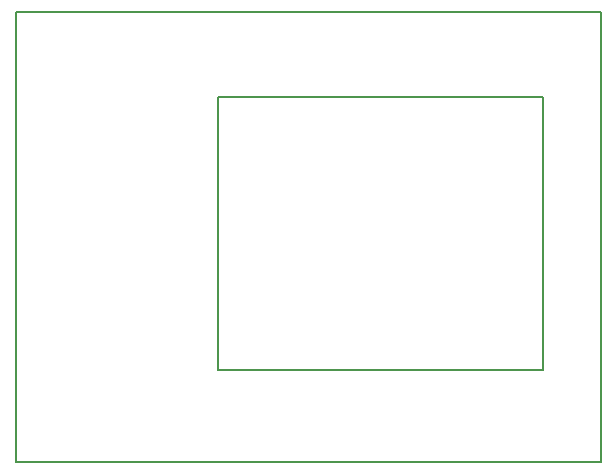
<source format=gbr>
G04 #@! TF.FileFunction,Profile,NP*
%FSLAX46Y46*%
G04 Gerber Fmt 4.6, Leading zero omitted, Abs format (unit mm)*
G04 Created by KiCad (PCBNEW 4.0.2+e4-6225~38~ubuntu16.04.1-stable) date Thu 28 Jul 2016 04:05:56 PM PDT*
%MOMM*%
G01*
G04 APERTURE LIST*
%ADD10C,0.100000*%
%ADD11C,0.150000*%
G04 APERTURE END LIST*
D10*
D11*
X189460000Y-101230000D02*
X161960000Y-101230000D01*
X189460000Y-124330000D02*
X189460000Y-101230000D01*
X161960000Y-124330000D02*
X189460000Y-124330000D01*
X161960000Y-101230000D02*
X161960000Y-124330000D01*
X194310000Y-132080000D02*
X144780000Y-132080000D01*
X194310000Y-93980000D02*
X194310000Y-132080000D01*
X144780000Y-93980000D02*
X194310000Y-93980000D01*
X144780000Y-132080000D02*
X144780000Y-93980000D01*
M02*

</source>
